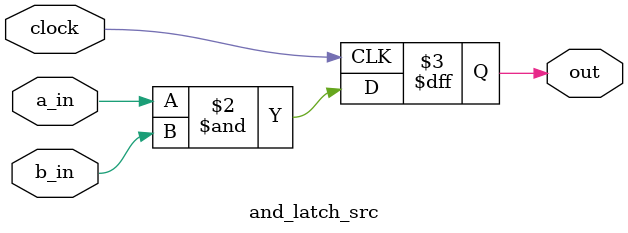
<source format=v>
module and_latch_src(
    clock,
	a_in,
	b_in,
	out
);

    // SIGNAL DECLARATIONS
    input	clock;
    input	a_in;
    input	b_in;

    output reg	out;

    // ASSIGN STATEMENTS
    always @(posedge clock)
    begin
        out <= a_in & b_in;
    end

endmodule

</source>
